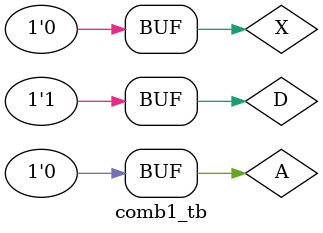
<source format=v>
module comb1
(
 input D,
 input X,
 input A,
 output L
);
 assign L = (~D)&(~X)&A | (~D)&X&A | D&(~X)&(~A) | D&(~X)&A | D&X&A;
endmodule


`timescale 1ns/1ps
module comb1_tb;
 reg D;
 reg X; 
 reg A; 
 wire L;
 comb1 uut
 (
 .D(D),
 .X(X),
 .A(A),
 .L(L)
 );
 initial begin
 D = 0;
 X = 0;
 A = 0;
 #20;
 A = 1;
 #20;
 X = 1;
 #20;
 D = 1;
 #20;
 X = 0;
 #20;
 A = 0;
 #20;
 end
initial begin
 $monitor("D=%d X=%d A=%d L=%d\n", 
 D, X, A, L);
end
endmodule

</source>
